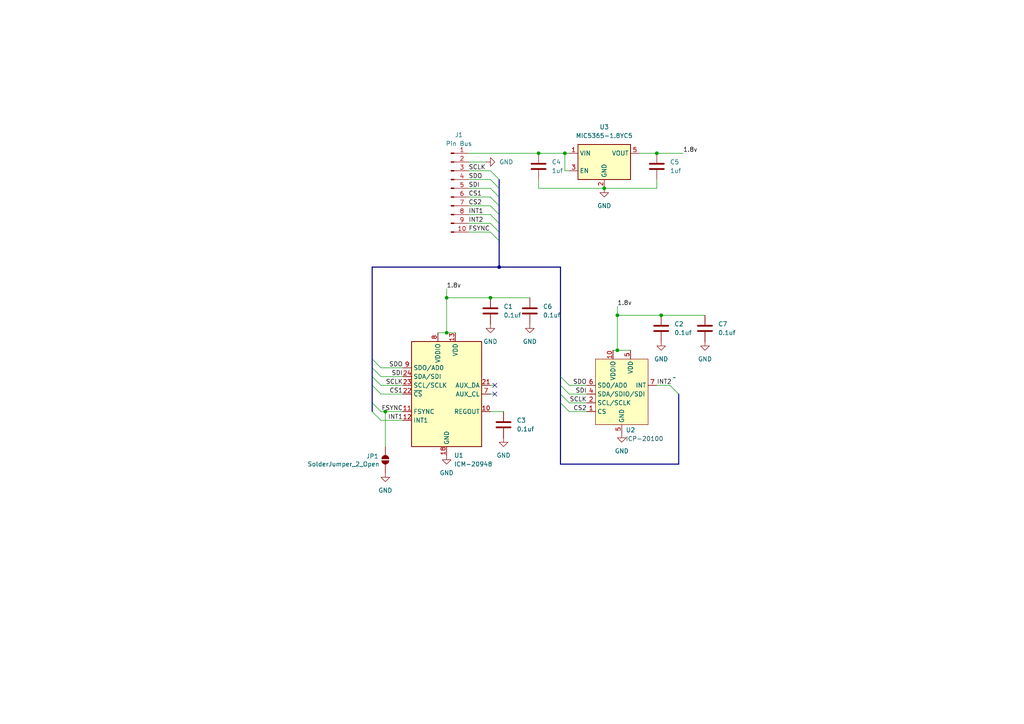
<source format=kicad_sch>
(kicad_sch (version 20250114) (generator "eeschema") (generator_version "9.0")
  (paper "A4")
  (lib_symbols
    (symbol "Connector:Conn_01x10_Pin" (pin_names (offset 1.016) (hide yes))
      (property "Reference" "J" (at 0 12.7 0))
      (property "Value" "Conn_01x10_Pin" (at 0 -15.24 0))
      (symbol "Conn_01x10_Pin_1_1"
        (rectangle (start 0.8636 10.287) (end 0 10.033) (stroke (width 0.1524)) (fill (type outline)))
        (rectangle (start 0.8636 7.747) (end 0 7.493) (stroke (width 0.1524)) (fill (type outline)))
        (rectangle (start 0.8636 5.207) (end 0 4.953) (stroke (width 0.1524)) (fill (type outline)))
        (rectangle (start 0.8636 2.667) (end 0 2.413) (stroke (width 0.1524)) (fill (type outline)))
        (rectangle (start 0.8636 0.127) (end 0 -0.127) (stroke (width 0.1524)) (fill (type outline)))
        (rectangle (start 0.8636 -2.413) (end 0 -2.667) (stroke (width 0.1524)) (fill (type outline)))
        (rectangle (start 0.8636 -4.953) (end 0 -5.207) (stroke (width 0.1524)) (fill (type outline)))
        (rectangle (start 0.8636 -7.493) (end 0 -7.747) (stroke (width 0.1524)) (fill (type outline)))
        (rectangle (start 0.8636 -10.033) (end 0 -10.287) (stroke (width 0.1524)) (fill (type outline)))
        (rectangle (start 0.8636 -12.573) (end 0 -12.827) (stroke (width 0.1524)) (fill (type outline)))
        (polyline (pts (xy 1.27 10.16) (xy 0.8636 10.16)) (stroke (width 0.1524)))
        (polyline (pts (xy 1.27 7.62) (xy 0.8636 7.62)) (stroke (width 0.1524)))
        (polyline (pts (xy 1.27 5.08) (xy 0.8636 5.08)) (stroke (width 0.1524)))
        (polyline (pts (xy 1.27 2.54) (xy 0.8636 2.54)) (stroke (width 0.1524)))
        (polyline (pts (xy 1.27 0) (xy 0.8636 0)) (stroke (width 0.1524)))
        (polyline (pts (xy 1.27 -2.54) (xy 0.8636 -2.54)) (stroke (width 0.1524)))
        (polyline (pts (xy 1.27 -5.08) (xy 0.8636 -5.08)) (stroke (width 0.1524)))
        (polyline (pts (xy 1.27 -7.62) (xy 0.8636 -7.62)) (stroke (width 0.1524)))
        (polyline (pts (xy 1.27 -10.16) (xy 0.8636 -10.16)) (stroke (width 0.1524)))
        (polyline (pts (xy 1.27 -12.7) (xy 0.8636 -12.7)) (stroke (width 0.1524)))
        (pin passive line (at 5.08 10.16 180) (length 3.81) (name "Pin_1") (number "1"))
        (pin passive line (at 5.08 7.62 180) (length 3.81) (name "Pin_2") (number "2"))
        (pin passive line (at 5.08 5.08 180) (length 3.81) (name "Pin_3") (number "3"))
        (pin passive line (at 5.08 2.54 180) (length 3.81) (name "Pin_4") (number "4"))
        (pin passive line (at 5.08 0 180) (length 3.81) (name "Pin_5") (number "5"))
        (pin passive line (at 5.08 -2.54 180) (length 3.81) (name "Pin_6") (number "6"))
        (pin passive line (at 5.08 -5.08 180) (length 3.81) (name "Pin_7") (number "7"))
        (pin passive line (at 5.08 -7.62 180) (length 3.81) (name "Pin_8") (number "8"))
        (pin passive line (at 5.08 -10.16 180) (length 3.81) (name "Pin_9") (number "9"))
        (pin passive line (at 5.08 -12.7 180) (length 3.81) (name "Pin_10") (number "10"))
      )
    )
    (symbol "Device:C" (pin_numbers (hide yes)) (pin_names (offset 0.254))
      (property "Reference" "C" (at 0.635 2.54 0))
      (property "Value" "C" (at 0.635 -2.54 0))
      (symbol "C_0_1"
        (polyline (pts (xy -2.032 0.762) (xy 2.032 0.762)) (stroke (width 0.508)))
        (polyline (pts (xy -2.032 -0.762) (xy 2.032 -0.762)) (stroke (width 0.508)))
      )
      (symbol "C_1_1"
        (pin passive line (at 0 3.81 270) (length 2.794) (name "~") (number "1"))
        (pin passive line (at 0 -3.81 90) (length 2.794) (name "~") (number "2"))
      )
    )
    (symbol "Jumper:SolderJumper_2_Open" (pin_numbers (hide yes)) (pin_names (offset 0) (hide yes)) (in_bom no)
      (property "Reference" "JP" (at 0 2.032 0))
      (property "Value" "SolderJumper_2_Open" (at 0 -2.54 0))
      (symbol "SolderJumper_2_Open_0_1"
        (polyline (pts (xy -0.254 1.016) (xy -0.254 -1.016)))
        (arc (start -0.254 -1.016) (mid -1.2656 0) (end -0.254 1.016))
        (arc (start -0.254 -1.016) (mid -1.2656 0) (end -0.254 1.016) (fill (type outline)))
        (arc (start 0.254 1.016) (mid 1.2656 0) (end 0.254 -1.016))
        (arc (start 0.254 1.016) (mid 1.2656 0) (end 0.254 -1.016) (fill (type outline)))
        (polyline (pts (xy 0.254 1.016) (xy 0.254 -1.016)))
      )
      (symbol "SolderJumper_2_Open_1_1"
        (pin passive line (at -3.81 0 0) (length 2.54) (name "A") (number "1"))
        (pin passive line (at 3.81 0 180) (length 2.54) (name "B") (number "2"))
      )
    )
    (symbol "Regulator_Linear:MIC5365-3.3YC5"
      (property "Reference" "U" (at -6.35 6.35 0))
      (property "Value" "MIC5365-3.3YC5" (at 0 6.35 0))
      (symbol "MIC5365-3.3YC5_0_1"
        (rectangle (start -7.62 -5.08) (end 7.62 5.08) (stroke (width 0.254)) (fill (type background)))
      )
      (symbol "MIC5365-3.3YC5_1_1"
        (pin power_in line (at -10.16 2.54 0) (length 2.54) (name "VIN") (number "1"))
        (pin input line (at -10.16 -2.54 0) (length 2.54) (name "EN") (number "3"))
        (pin power_in line (at 0 -7.62 90) (length 2.54) (name "GND") (number "2"))
        (pin no_connect line (at 7.62 -2.54 180) (length 2.54) (hide yes) (name "NC") (number "4"))
        (pin power_out line (at 10.16 2.54 180) (length 2.54) (name "VOUT") (number "5"))
      )
    )
    (symbol "Sensor_Motion:ICM-20948"
      (property "Reference" "U" (at -11.43 16.51 0))
      (property "Value" "ICM-20948" (at 7.62 -16.51 0))
      (symbol "ICM-20948_0_1"
        (rectangle (start -10.16 15.24) (end 10.16 -15.24) (stroke (width 0.254)) (fill (type background)))
      )
      (symbol "ICM-20948_1_1"
        (pin bidirectional line (at -12.7 7.62 0) (length 2.54) (name "SDO/AD0") (number "9"))
        (pin bidirectional line (at -12.7 5.08 0) (length 2.54) (name "SDA/SDI") (number "24"))
        (pin input line (at -12.7 2.54 0) (length 2.54) (name "SCL/SCLK") (number "23"))
        (pin input line (at -12.7 0 0) (length 2.54) (name "~{CS}") (number "22"))
        (pin input line (at -12.7 -5.08 0) (length 2.54) (name "FSYNC") (number "11"))
        (pin output line (at -12.7 -7.62 0) (length 2.54) (name "INT1") (number "12"))
        (pin no_connect line (at -10.16 12.7 0) (length 2.54) (hide yes) (name "NC") (number "1"))
        (pin no_connect line (at -10.16 10.16 0) (length 2.54) (hide yes) (name "NC") (number "2"))
        (pin no_connect line (at -10.16 -2.54 0) (length 2.54) (hide yes) (name "NC") (number "3"))
        (pin no_connect line (at -10.16 -10.16 0) (length 2.54) (hide yes) (name "NC") (number "4"))
        (pin no_connect line (at -10.16 -12.7 0) (length 2.54) (hide yes) (name "NC") (number "5"))
        (pin power_in line (at -2.54 17.78 270) (length 2.54) (name "VDDIO") (number "8"))
        (pin power_in line (at 0 -17.78 90) (length 2.54) (name "GND") (number "18"))
        (pin passive line (at 0 -17.78 90) (length 2.54) (hide yes) (name "GND") (number "20"))
        (pin power_in line (at 2.54 17.78 270) (length 2.54) (name "VDD") (number "13"))
        (pin no_connect line (at 10.16 10.16 180) (length 2.54) (hide yes) (name "NC") (number "6"))
        (pin no_connect line (at 10.16 7.62 180) (length 2.54) (hide yes) (name "NC") (number "14"))
        (pin no_connect line (at 10.16 5.08 180) (length 2.54) (hide yes) (name "NC") (number "15"))
        (pin no_connect line (at 10.16 -7.62 180) (length 2.54) (hide yes) (name "NC") (number "16"))
        (pin no_connect line (at 10.16 -10.16 180) (length 2.54) (hide yes) (name "NC") (number "17"))
        (pin no_connect line (at 10.16 -12.7 180) (length 2.54) (hide yes) (name "RESV") (number "19"))
        (pin bidirectional line (at 12.7 2.54 180) (length 2.54) (name "AUX_DA") (number "21"))
        (pin output line (at 12.7 0 180) (length 2.54) (name "AUX_CL") (number "7"))
        (pin passive line (at 12.7 -5.08 180) (length 2.54) (name "REGOUT") (number "10"))
      )
    )
    (symbol "custom:ICP-20100"
      (property "Reference" "U" (at -9.652 -20.574 0))
      (symbol "ICP-20100_1_1"
        (rectangle (start -19.05 0) (end -3.81 -19.05) (fill (type background)))
        (text "ICP-20100" (at -4.826 -23.114 0) (effects (font (size 1.27 1.27))))
        (pin bidirectional line (at -21.59 -7.62 0) (length 2.54) (name "SD0/AD0") (number "6"))
        (pin bidirectional line (at -21.59 -10.16 0) (length 2.54) (name "SDA/SDIO/SDI") (number "4"))
        (pin bidirectional line (at -21.59 -12.7 0) (length 2.54) (name "SCL/SCLK") (number "2"))
        (pin bidirectional line (at -21.59 -15.24 0) (length 2.54) (name "CS") (number "1"))
        (pin power_in line (at -13.97 2.54 270) (length 2.54) (name "VDDIO") (number "10"))
        (pin bidirectional line (at -11.43 -21.59 90) (length 2.54) (name "GND") (number "5"))
        (pin power_in line (at -8.89 2.54 270) (length 2.54) (name "VDD") (number "5"))
        (pin bidirectional line (at -1.27 -7.62 180) (length 2.54) (name "INT") (number "7"))
      )
    )
    (symbol "power:GND" (power) (pin_numbers (hide yes)) (pin_names (offset 0) (hide yes))
      (property "Value" "GND" (at 0 -3.81 0))
      (symbol "GND_0_1"
        (polyline (pts (xy 0 0) (xy 0 -1.27) (xy 1.27 -1.27) (xy 0 -2.54) (xy -1.27 -1.27) (xy 0 -1.27)))
      )
      (symbol "GND_1_1"
        (pin power_in line (at 0 0 270) (length 0) (name "~") (number "1"))
      )
    )
  )
  (junction (at 129.54 86.36))
  (junction (at 191.77 91.44))
  (junction (at 163.83 44.45))
  (junction (at 129.54 96.52))
  (junction (at 156.21 44.45))
  (junction (at 111.76 119.38))
  (junction (at 175.26 54.61))
  (junction (at 179.07 91.44))
  (junction (at 142.24 86.36))
  (junction (at 190.5 44.45))
  (junction (at 179.07 101.6))
  (junction (at 144.78 77.47))
  (no_connect (at 143.51 111.76))
  (no_connect (at 143.51 114.3))
  (bus_entry (at 107.95 106.68) (size 2.54 2.54))
  (bus_entry (at 194.31 111.76) (size 2.54 2.54))
  (bus_entry (at 107.95 109.22) (size 2.54 2.54))
  (bus_entry (at 142.24 64.77) (size 2.54 2.54))
  (bus_entry (at 107.95 116.84) (size 2.54 2.54))
  (bus_entry (at 142.24 67.31) (size 2.54 2.54))
  (bus_entry (at 142.24 62.23) (size 2.54 2.54))
  (bus_entry (at 107.95 104.14) (size 2.54 2.54))
  (bus_entry (at 142.24 59.69) (size 2.54 2.54))
  (bus_entry (at 107.95 119.38) (size 2.54 2.54))
  (bus_entry (at 142.24 52.07) (size 2.54 2.54))
  (bus_entry (at 107.95 111.76) (size 2.54 2.54))
  (bus_entry (at 162.56 111.76) (size 2.54 2.54))
  (bus_entry (at 142.24 49.53) (size 2.54 2.54))
  (bus_entry (at 142.24 54.61) (size 2.54 2.54))
  (bus_entry (at 162.56 116.84) (size 2.54 2.54))
  (bus_entry (at 162.56 109.22) (size 2.54 2.54))
  (bus_entry (at 142.24 57.15) (size 2.54 2.54))
  (bus_entry (at 162.56 114.3) (size 2.54 2.54))
  (bus (pts (xy 144.78 57.15) (xy 144.78 59.69)))
  (wire (pts (xy 110.49 114.3) (xy 116.84 114.3)))
  (wire (pts (xy 135.89 59.69) (xy 142.24 59.69)))
  (bus (pts (xy 162.56 134.62) (xy 162.56 116.84)))
  (wire (pts (xy 165.1 111.76) (xy 170.18 111.76)))
  (wire (pts (xy 135.89 62.23) (xy 142.24 62.23)))
  (bus (pts (xy 144.78 62.23) (xy 144.78 64.77)))
  (wire (pts (xy 163.83 44.45) (xy 165.1 44.45)))
  (wire (pts (xy 142.24 86.36) (xy 153.67 86.36)))
  (bus (pts (xy 162.56 111.76) (xy 162.56 109.22)))
  (wire (pts (xy 135.89 67.31) (xy 142.24 67.31)))
  (wire (pts (xy 143.51 111.76) (xy 142.24 111.76)))
  (wire (pts (xy 190.5 44.45) (xy 198.12 44.45)))
  (wire (pts (xy 135.89 44.45) (xy 156.21 44.45)))
  (wire (pts (xy 190.5 52.07) (xy 190.5 54.61)))
  (wire (pts (xy 135.89 57.15) (xy 142.24 57.15)))
  (wire (pts (xy 177.8 101.6) (xy 179.07 101.6)))
  (bus (pts (xy 144.78 77.47) (xy 107.95 77.47)))
  (wire (pts (xy 179.07 101.6) (xy 182.88 101.6)))
  (wire (pts (xy 111.76 119.38) (xy 116.84 119.38)))
  (bus (pts (xy 107.95 111.76) (xy 107.95 116.84)))
  (bus (pts (xy 144.78 67.31) (xy 144.78 69.85)))
  (wire (pts (xy 163.83 49.53) (xy 163.83 44.45)))
  (wire (pts (xy 127 96.52) (xy 129.54 96.52)))
  (wire (pts (xy 129.54 83.82) (xy 129.54 86.36)))
  (wire (pts (xy 191.77 91.44) (xy 204.47 91.44)))
  (bus (pts (xy 196.85 114.3) (xy 196.85 134.62)))
  (wire (pts (xy 110.49 119.38) (xy 111.76 119.38)))
  (wire (pts (xy 156.21 52.07) (xy 156.21 54.61)))
  (wire (pts (xy 185.42 44.45) (xy 190.5 44.45)))
  (bus (pts (xy 162.56 114.3) (xy 162.56 111.76)))
  (wire (pts (xy 129.54 86.36) (xy 129.54 96.52)))
  (wire (pts (xy 111.76 129.54) (xy 111.76 119.38)))
  (bus (pts (xy 107.95 109.22) (xy 107.95 111.76)))
  (bus (pts (xy 144.78 52.07) (xy 144.78 54.61)))
  (wire (pts (xy 135.89 54.61) (xy 142.24 54.61)))
  (bus (pts (xy 144.78 69.85) (xy 144.78 77.47)))
  (wire (pts (xy 156.21 44.45) (xy 163.83 44.45)))
  (bus (pts (xy 162.56 77.47) (xy 144.78 77.47)))
  (wire (pts (xy 135.89 64.77) (xy 142.24 64.77)))
  (wire (pts (xy 165.1 116.84) (xy 170.18 116.84)))
  (wire (pts (xy 135.89 52.07) (xy 142.24 52.07)))
  (wire (pts (xy 190.5 54.61) (xy 175.26 54.61)))
  (wire (pts (xy 110.49 121.92) (xy 116.84 121.92)))
  (wire (pts (xy 143.51 114.3) (xy 142.24 114.3)))
  (wire (pts (xy 190.5 111.76) (xy 194.31 111.76)))
  (wire (pts (xy 140.97 46.99) (xy 135.89 46.99)))
  (wire (pts (xy 135.89 49.53) (xy 142.24 49.53)))
  (wire (pts (xy 165.1 114.3) (xy 170.18 114.3)))
  (bus (pts (xy 162.56 109.22) (xy 162.56 77.47)))
  (wire (pts (xy 156.21 54.61) (xy 175.26 54.61)))
  (wire (pts (xy 129.54 86.36) (xy 142.24 86.36)))
  (wire (pts (xy 142.24 119.38) (xy 146.05 119.38)))
  (bus (pts (xy 107.95 77.47) (xy 107.95 104.14)))
  (wire (pts (xy 179.07 91.44) (xy 191.77 91.44)))
  (wire (pts (xy 165.1 119.38) (xy 170.18 119.38)))
  (wire (pts (xy 129.54 96.52) (xy 132.08 96.52)))
  (wire (pts (xy 165.1 49.53) (xy 163.83 49.53)))
  (wire (pts (xy 110.49 106.68) (xy 116.84 106.68)))
  (bus (pts (xy 107.95 116.84) (xy 107.95 119.38)))
  (bus (pts (xy 107.95 104.14) (xy 107.95 106.68)))
  (wire (pts (xy 110.49 111.76) (xy 116.84 111.76)))
  (bus (pts (xy 144.78 64.77) (xy 144.78 67.31)))
  (wire (pts (xy 110.49 109.22) (xy 116.84 109.22)))
  (bus (pts (xy 162.56 116.84) (xy 162.56 114.3)))
  (bus (pts (xy 144.78 59.69) (xy 144.78 62.23)))
  (wire (pts (xy 179.07 88.9) (xy 179.07 91.44)))
  (wire (pts (xy 179.07 91.44) (xy 179.07 101.6)))
  (bus (pts (xy 107.95 106.68) (xy 107.95 109.22)))
  (bus (pts (xy 144.78 54.61) (xy 144.78 57.15)))
  (bus (pts (xy 196.85 134.62) (xy 162.56 134.62)))
  (label "INT2" (at 135.89 64.77 0))
  (label "SDI" (at 116.84 109.22 180))
  (label "SCLK" (at 116.84 111.76 180))
  (label "SDI" (at 170.18 114.3 180))
  (label "CS2" (at 135.89 59.69 0))
  (label "INT1" (at 135.89 62.23 0))
  (label "SDO" (at 135.89 52.07 0))
  (label "FSYNC" (at 116.84 119.38 180))
  (label "FSYNC" (at 135.89 67.31 0))
  (label "SDO" (at 170.18 111.76 180))
  (label "CS1" (at 135.89 57.15 0))
  (label "1.8v" (at 129.54 83.82 0))
  (label "CS1" (at 116.84 114.3 180))
  (label "INT2" (at 190.5 111.76 0))
  (label "SCLK" (at 170.18 116.84 180))
  (label "1.8v" (at 179.07 88.9 0))
  (label "SCLK" (at 135.89 49.53 0))
  (label "INT1" (at 116.84 121.92 180))
  (label "1.8v" (at 198.12 44.45 0))
  (label "SDI" (at 135.89 54.61 0))
  (label "CS2" (at 170.18 119.38 180))
  (label "SDO" (at 116.84 106.68 180))
  (symbol (lib_id "power:GND") (at 146.05 127 0) (unit 1)
    (property "Reference" "#PWR06" (effects (hide yes)))
    (property "Value" "GND" (at 146.05 132.08 0))
    (property "Description" "Power symbol creates a global label with name \"GND\" , ground" (effects (hide yes)))
  )
  (symbol (lib_id "power:GND") (at 191.77 99.06 0) (unit 1)
    (property "Reference" "#PWR04" (effects (hide yes)))
    (property "Value" "GND" (at 191.77 104.14 0))
    (property "Description" "Power symbol creates a global label with name \"GND\" , ground" (effects (hide yes)))
  )
  (symbol (lib_id "Device:C") (at 153.67 90.17 0) (unit 1)
    (property "Reference" "C6" (at 157.48 88.8999 0) (effects (justify left)))
    (property "Value" "0.1uf" (at 157.48 91.4399 0) (effects (justify left)))
    (property "Footprint" "Capacitor_SMD:C_0402_1005Metric_Pad0.74x0.62mm_HandSolder" (effects (hide yes)))
    (property "Description" "Unpolarized capacitor" (effects (hide yes)))
  )
  (symbol (lib_id "power:GND") (at 175.26 54.61 0) (unit 1)
    (property "Reference" "#PWR07" (effects (hide yes)))
    (property "Value" "GND" (at 175.26 59.69 0))
    (property "Description" "Power symbol creates a global label with name \"GND\" , ground" (effects (hide yes)))
  )
  (symbol (lib_id "Device:C") (at 156.21 48.26 0) (unit 1)
    (property "Reference" "C4" (at 160.02 46.9899 0) (effects (justify left)))
    (property "Value" "1uf" (at 160.02 49.5299 0) (effects (justify left)))
    (property "Footprint" "Capacitor_SMD:C_0603_1608Metric_Pad1.08x0.95mm_HandSolder" (effects (hide yes)))
    (property "Description" "Unpolarized capacitor" (effects (hide yes)))
  )
  (symbol (lib_id "Device:C") (at 190.5 48.26 0) (unit 1)
    (property "Reference" "C5" (at 194.31 46.9899 0) (effects (justify left)))
    (property "Value" "1uf" (at 194.31 49.5299 0) (effects (justify left)))
    (property "Footprint" "Capacitor_SMD:C_0603_1608Metric_Pad1.08x0.95mm_HandSolder" (effects (hide yes)))
    (property "Description" "Unpolarized capacitor" (effects (hide yes)))
  )
  (symbol (lib_id "power:GND") (at 180.34 125.73 0) (unit 1)
    (property "Reference" "#PWR03" (effects (hide yes)))
    (property "Value" "GND" (at 180.34 130.81 0))
    (property "Description" "Power symbol creates a global label with name \"GND\" , ground" (effects (hide yes)))
  )
  (symbol (lib_id "power:GND") (at 129.54 132.08 0) (unit 1)
    (property "Reference" "#PWR02" (effects (hide yes)))
    (property "Value" "GND" (at 129.54 137.16 0))
    (property "Description" "Power symbol creates a global label with name \"GND\" , ground" (effects (hide yes)))
  )
  (symbol (lib_id "power:GND") (at 153.67 93.98 0) (unit 1)
    (property "Reference" "#PWR010" (effects (hide yes)))
    (property "Value" "GND" (at 153.67 99.06 0))
    (property "Description" "Power symbol creates a global label with name \"GND\" , ground" (effects (hide yes)))
  )
  (symbol (lib_id "Device:C") (at 191.77 95.25 0) (unit 1)
    (property "Reference" "C2" (at 195.58 93.9799 0) (effects (justify left)))
    (property "Value" "0.1uf" (at 195.58 96.5199 0) (effects (justify left)))
    (property "Footprint" "Capacitor_SMD:C_0402_1005Metric_Pad0.74x0.62mm_HandSolder" (effects (hide yes)))
    (property "Description" "Unpolarized capacitor" (effects (hide yes)))
  )
  (symbol (lib_id "Regulator_Linear:MIC5365-3.3YC5") (at 175.26 46.99 0) (unit 1)
    (property "Reference" "U3" (at 175.26 36.83 0))
    (property "Value" "MIC5365-1.8YC5" (at 175.26 39.37 0))
    (property "Footprint" "Package_TO_SOT_SMD:SOT-353_SC-70-5" (effects (hide yes)))
    (property "Datasheet" "http://ww1.microchip.com/downloads/en/DeviceDoc/mic5365.pdf" (effects (hide yes)))
    (property "Description" "150mA Low-dropout Voltage Regulator, Vout 3.3V, Vin up to 5.5V, SC-70-5" (effects (hide yes)))
  )
  (symbol (lib_id "Connector:Conn_01x10_Pin") (at 130.81 54.61 0) (unit 1)
    (property "Reference" "J1" (at 133.096 39.116 0))
    (property "Value" "Pin Bus" (at 133.096 41.656 0))
    (property "Footprint" "Connector_PinHeader_2.54mm:PinHeader_1x10_P2.54mm_Vertical" (effects (hide yes)))
    (property "Description" "Generic connector, single row, 01x10, script generated" (effects (hide yes)))
  )
  (symbol (lib_id "Jumper:SolderJumper_2_Open") (at 111.76 133.35 270) (unit 1) (in_bom no)
    (property "Reference" "JP1" (at 106.172 132.334 90) (effects (justify left)))
    (property "Value" "SolderJumper_2_Open" (at 89.154 134.62 90) (effects (justify left)))
    (property "Footprint" "Jumper:SolderJumper-2_P1.3mm_Open_Pad1.0x1.5mm" (effects (hide yes)))
    (property "Description" "Solder Jumper, 2-pole, open" (effects (hide yes)))
  )
  (symbol (lib_id "Device:C") (at 142.24 90.17 0) (unit 1)
    (property "Reference" "C1" (at 146.05 88.8999 0) (effects (justify left)))
    (property "Value" "0.1uf" (at 146.05 91.4399 0) (effects (justify left)))
    (property "Footprint" "Capacitor_SMD:C_0402_1005Metric_Pad0.74x0.62mm_HandSolder" (effects (hide yes)))
    (property "Description" "Unpolarized capacitor" (effects (hide yes)))
  )
  (symbol (lib_id "Device:C") (at 146.05 123.19 0) (unit 1)
    (property "Reference" "C3" (at 149.86 121.9199 0) (effects (justify left)))
    (property "Value" "0.1uf" (at 149.86 124.4599 0) (effects (justify left)))
    (property "Footprint" "Capacitor_SMD:C_0402_1005Metric_Pad0.74x0.62mm_HandSolder" (effects (hide yes)))
    (property "Description" "Unpolarized capacitor" (effects (hide yes)))
  )
  (symbol (lib_id "Sensor_Motion:ICM-20948") (at 129.54 114.3 0) (unit 1)
    (property "Reference" "U1" (at 131.6833 132.08 0) (effects (justify left)))
    (property "Value" "ICM-20948" (at 131.6833 134.62 0) (effects (justify left)))
    (property "Footprint" "Sensor_Motion:InvenSense_QFN-24_3x3mm_P0.4mm" (effects (hide yes)))
    (property "Datasheet" "http://www.invensense.com/wp-content/uploads/2016/06/DS-000189-ICM-20948-v1.3.pdf" (effects (hide yes)))
    (property "Description" "InvenSense 9-Axis Motion Sensor, Accelerometer, Gyroscope, Compass, I2C/SPI, QFN-24" (effects (hide yes)))
  )
  (symbol (lib_id "power:GND") (at 111.76 137.16 0) (unit 1)
    (property "Reference" "#PWR09" (effects (hide yes)))
    (property "Value" "GND" (at 111.76 142.24 0))
    (property "Description" "Power symbol creates a global label with name \"GND\" , ground" (effects (hide yes)))
  )
  (symbol (lib_id "power:GND") (at 142.24 93.98 0) (unit 1)
    (property "Reference" "#PWR05" (effects (hide yes)))
    (property "Value" "GND" (at 142.24 99.06 0))
    (property "Description" "Power symbol creates a global label with name \"GND\" , ground" (effects (hide yes)))
  )
  (symbol (lib_id "power:GND") (at 140.97 46.99 90) (unit 1)
    (property "Reference" "#PWR08" (effects (hide yes)))
    (property "Value" "GND" (at 144.78 46.9899 90) (effects (justify right)))
    (property "Description" "Power symbol creates a global label with name \"GND\" , ground" (effects (hide yes)))
  )
  (symbol (lib_id "power:GND") (at 204.47 99.06 0) (unit 1)
    (property "Reference" "#PWR011" (effects (hide yes)))
    (property "Value" "GND" (at 204.47 104.14 0))
    (property "Description" "Power symbol creates a global label with name \"GND\" , ground" (effects (hide yes)))
  )
  (symbol (lib_id "custom:ICP-20100") (at 191.77 104.14 0) (unit 1)
    (property "Reference" "U2" (at 182.88 124.714 0))
    (property "Value" "~" (at 195.58 109.4897 0))
    (property "Footprint" "Package_LGA:ST_HLGA-10_2x2mm_P0.5mm_LayoutBorder3x2y" (effects (hide yes)))
  )
  (symbol (lib_id "Device:C") (at 204.47 95.25 0) (unit 1)
    (property "Reference" "C7" (at 208.28 93.9799 0) (effects (justify left)))
    (property "Value" "0.1uf" (at 208.28 96.5199 0) (effects (justify left)))
    (property "Footprint" "Capacitor_SMD:C_0402_1005Metric_Pad0.74x0.62mm_HandSolder" (effects (hide yes)))
    (property "Description" "Unpolarized capacitor" (effects (hide yes)))
  )
)
</source>
